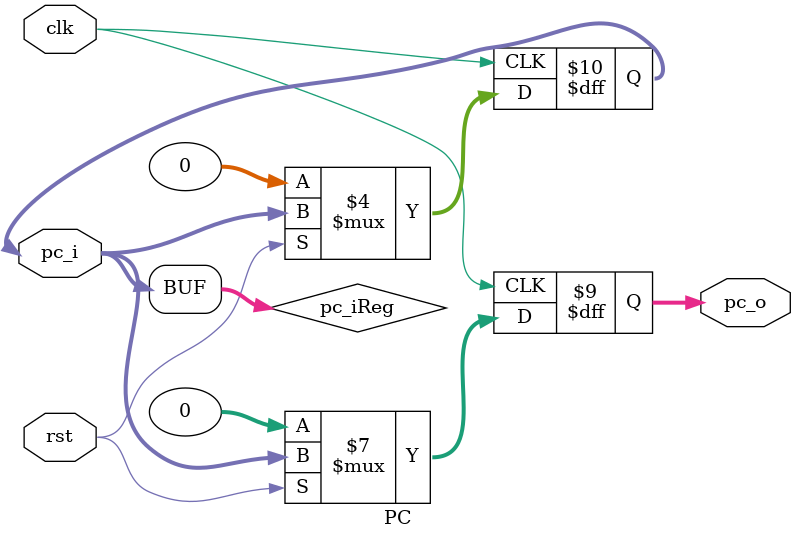
<source format=v>
module PC (
    input clk,              // clock
    input rst,              // active low reset
    input [31:0] pc_i,      // input program counter (value which will be assigned to PC)
    output reg [31:0] pc_o  // output program counter
);
    
    // TODO: implement your program counter here
    // Hint: If reset is low, assign PC to zero
    reg [31:0] pc_iReg;
    
    assign pc_i=pc_iReg;
    
    always@(posedge clk) begin
        if(rst==0) begin
            pc_o=0;
            pc_iReg=0;
        end
        else begin
            pc_o=pc_iReg;
            
        end
        
    end


endmodule


</source>
